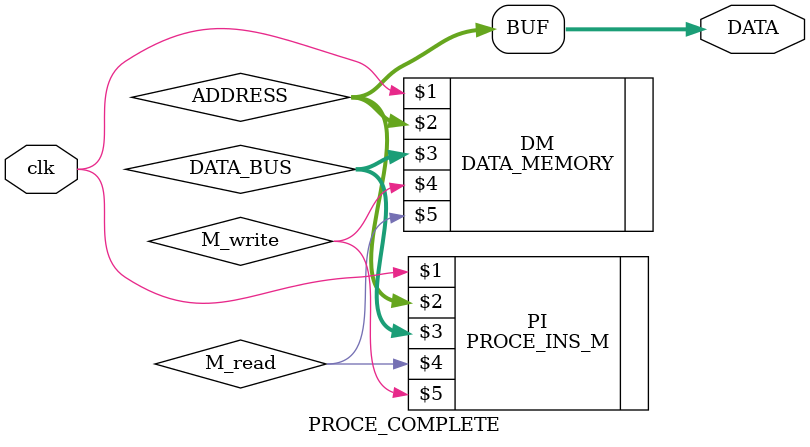
<source format=v>
`timescale 1ns / 1ps
module PROCE_COMPLETE(clk,DATA);

	input clk;
	wire[7:0] ADDRESS,DATA_BUS;
	wire M_read,M_write;
	output [7:0] DATA;
	
	assign DATA = ADDRESS;
	
	PROCE_INS_M PI(clk,ADDRESS,DATA_BUS,M_read,M_write);
	DATA_MEMORY DM(clk,ADDRESS,DATA_BUS,M_write,M_read);
	


endmodule

</source>
